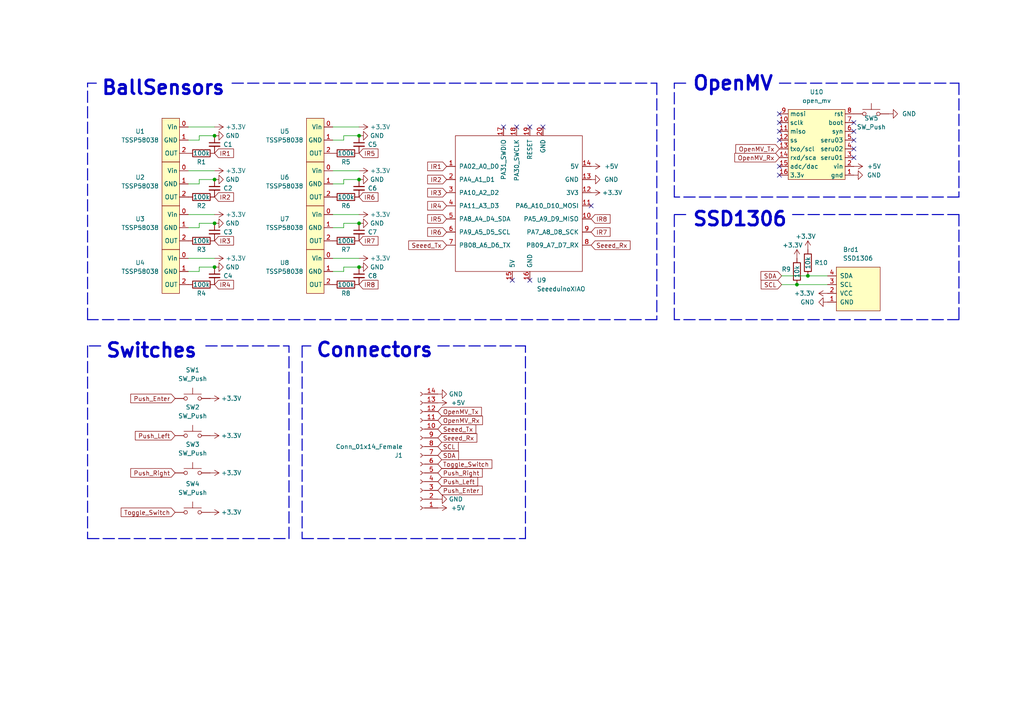
<source format=kicad_sch>
(kicad_sch (version 20211123) (generator eeschema)
  (paper "A4")
  (lib_symbols
    (symbol "Connector:Conn_01x14_Female" (pin_names (offset 1.016) hide)
      (property "Reference" "J" (at 0 17.78 0))
      (property "Value" "Conn_01x14_Female" (at 0 -20.32 0))
      (symbol "Conn_01x14_Female_1_1"
        (arc (start 0 -17.272) (mid -0.508 -17.78) (end 0 -18.288) (stroke (width 0.1524)))
        (arc (start 0 -14.732) (mid -0.508 -15.24) (end 0 -15.748) (stroke (width 0.1524)))
        (arc (start 0 -12.192) (mid -0.508 -12.7) (end 0 -13.208) (stroke (width 0.1524)))
        (arc (start 0 -9.652) (mid -0.508 -10.16) (end 0 -10.668) (stroke (width 0.1524)))
        (arc (start 0 -7.112) (mid -0.508 -7.62) (end 0 -8.128) (stroke (width 0.1524)))
        (arc (start 0 -4.572) (mid -0.508 -5.08) (end 0 -5.588) (stroke (width 0.1524)))
        (arc (start 0 -2.032) (mid -0.508 -2.54) (end 0 -3.048) (stroke (width 0.1524)))
        (polyline (pts (xy -1.27 -17.78) (xy -0.508 -17.78)) (stroke (width 0.1524)))
        (polyline (pts (xy -1.27 -15.24) (xy -0.508 -15.24)) (stroke (width 0.1524)))
        (polyline (pts (xy -1.27 -12.7) (xy -0.508 -12.7)) (stroke (width 0.1524)))
        (polyline (pts (xy -1.27 -10.16) (xy -0.508 -10.16)) (stroke (width 0.1524)))
        (polyline (pts (xy -1.27 -7.62) (xy -0.508 -7.62)) (stroke (width 0.1524)))
        (polyline (pts (xy -1.27 -5.08) (xy -0.508 -5.08)) (stroke (width 0.1524)))
        (polyline (pts (xy -1.27 -2.54) (xy -0.508 -2.54)) (stroke (width 0.1524)))
        (polyline (pts (xy -1.27 0) (xy -0.508 0)) (stroke (width 0.1524)))
        (polyline (pts (xy -1.27 2.54) (xy -0.508 2.54)) (stroke (width 0.1524)))
        (polyline (pts (xy -1.27 5.08) (xy -0.508 5.08)) (stroke (width 0.1524)))
        (polyline (pts (xy -1.27 7.62) (xy -0.508 7.62)) (stroke (width 0.1524)))
        (polyline (pts (xy -1.27 10.16) (xy -0.508 10.16)) (stroke (width 0.1524)))
        (polyline (pts (xy -1.27 12.7) (xy -0.508 12.7)) (stroke (width 0.1524)))
        (polyline (pts (xy -1.27 15.24) (xy -0.508 15.24)) (stroke (width 0.1524)))
        (arc (start 0 0.508) (mid -0.508 0) (end 0 -0.508) (stroke (width 0.1524)))
        (arc (start 0 3.048) (mid -0.508 2.54) (end 0 2.032) (stroke (width 0.1524)))
        (arc (start 0 5.588) (mid -0.508 5.08) (end 0 4.572) (stroke (width 0.1524)))
        (arc (start 0 8.128) (mid -0.508 7.62) (end 0 7.112) (stroke (width 0.1524)))
        (arc (start 0 10.668) (mid -0.508 10.16) (end 0 9.652) (stroke (width 0.1524)))
        (arc (start 0 13.208) (mid -0.508 12.7) (end 0 12.192) (stroke (width 0.1524)))
        (arc (start 0 15.748) (mid -0.508 15.24) (end 0 14.732) (stroke (width 0.1524)))
        (pin passive line (at -5.08 15.24 0) (length 3.81) (name "Pin_1") (number "1"))
        (pin passive line (at -5.08 -7.62 0) (length 3.81) (name "Pin_10") (number "10"))
        (pin passive line (at -5.08 -10.16 0) (length 3.81) (name "Pin_11") (number "11"))
        (pin passive line (at -5.08 -12.7 0) (length 3.81) (name "Pin_12") (number "12"))
        (pin passive line (at -5.08 -15.24 0) (length 3.81) (name "Pin_13") (number "13"))
        (pin passive line (at -5.08 -17.78 0) (length 3.81) (name "Pin_14") (number "14"))
        (pin passive line (at -5.08 12.7 0) (length 3.81) (name "Pin_2") (number "2"))
        (pin passive line (at -5.08 10.16 0) (length 3.81) (name "Pin_3") (number "3"))
        (pin passive line (at -5.08 7.62 0) (length 3.81) (name "Pin_4") (number "4"))
        (pin passive line (at -5.08 5.08 0) (length 3.81) (name "Pin_5") (number "5"))
        (pin passive line (at -5.08 2.54 0) (length 3.81) (name "Pin_6") (number "6"))
        (pin passive line (at -5.08 0 0) (length 3.81) (name "Pin_7") (number "7"))
        (pin passive line (at -5.08 -2.54 0) (length 3.81) (name "Pin_8") (number "8"))
        (pin passive line (at -5.08 -5.08 0) (length 3.81) (name "Pin_9") (number "9"))
      )
    )
    (symbol "Device:C_Small" (pin_numbers hide) (pin_names (offset 0.254) hide)
      (property "Reference" "C" (at 0.254 1.778 0))
      (property "Value" "C_Small" (at 0.254 -2.032 0))
      (symbol "C_Small_0_1"
        (polyline (pts (xy -1.524 -0.508) (xy 1.524 -0.508)) (stroke (width 0.3302)))
        (polyline (pts (xy -1.524 0.508) (xy 1.524 0.508)) (stroke (width 0.3048)))
      )
      (symbol "C_Small_1_1"
        (pin passive line (at 0 2.54 270) (length 2.032) (name "~") (number "1"))
        (pin passive line (at 0 -2.54 90) (length 2.032) (name "~") (number "2"))
      )
    )
    (symbol "Device:R" (pin_numbers hide) (pin_names (offset 0))
      (property "Reference" "R" (at 2.032 0 90))
      (property "Value" "R" (at 0 0 90))
      (symbol "R_0_1"
        (rectangle (start -1.016 -2.54) (end 1.016 2.54) (stroke (width 0.254)))
      )
      (symbol "R_1_1"
        (pin passive line (at 0 3.81 270) (length 1.27) (name "~") (number "1"))
        (pin passive line (at 0 -3.81 90) (length 1.27) (name "~") (number "2"))
      )
    )
    (symbol "SSD1306-128x64_OLED:SSD1306" (pin_names (offset 1.016))
      (property "Reference" "Brd" (at 0 -3.81 0))
      (property "Value" "SSD1306" (at 0 -1.27 0))
      (symbol "SSD1306_0_1"
        (rectangle (start -6.35 6.35) (end 6.35 -6.35) (fill (type background)))
      )
      (symbol "SSD1306_1_1"
        (pin input line (at -3.81 8.89 270) (length 2.54) (name "GND") (number "1"))
        (pin input line (at -1.27 8.89 270) (length 2.54) (name "VCC") (number "2"))
        (pin input line (at 1.27 8.89 270) (length 2.54) (name "SCL") (number "3"))
        (pin input line (at 3.81 8.89 270) (length 2.54) (name "SDA") (number "4"))
      )
    )
    (symbol "Seeeduino XIAO:SeeeduinoXIAO" (pin_names (offset 1.016))
      (property "Reference" "U" (at -19.05 22.86 0))
      (property "Value" "SeeeduinoXIAO" (at -12.7 21.59 0))
      (symbol "SeeeduinoXIAO_0_1"
        (rectangle (start -19.05 20.32) (end 17.78 -19.05))
      )
      (symbol "SeeeduinoXIAO_1_1"
        (pin unspecified line (at -21.59 11.43 0) (length 2.54) (name "PA02_A0_D0") (number "1"))
        (pin unspecified line (at 20.32 -3.81 180) (length 2.54) (name "PA5_A9_D9_MISO") (number "10"))
        (pin unspecified line (at 20.32 0 180) (length 2.54) (name "PA6_A10_D10_MOSI") (number "11"))
        (pin unspecified line (at 20.32 3.81 180) (length 2.54) (name "3V3") (number "12"))
        (pin unspecified line (at 20.32 7.62 180) (length 2.54) (name "GND") (number "13"))
        (pin unspecified line (at 20.32 11.43 180) (length 2.54) (name "5V") (number "14"))
        (pin input line (at -2.54 -21.59 90) (length 2.54) (name "5V") (number "15"))
        (pin input line (at 2.54 -21.59 90) (length 2.54) (name "GND") (number "16"))
        (pin input line (at -5.08 22.86 270) (length 2.54) (name "PA31_SWDIO") (number "17"))
        (pin input line (at -1.27 22.86 270) (length 2.54) (name "PA30_SWCLK") (number "18"))
        (pin input line (at 2.54 22.86 270) (length 2.54) (name "RESET") (number "19"))
        (pin unspecified line (at -21.59 7.62 0) (length 2.54) (name "PA4_A1_D1") (number "2"))
        (pin input line (at 6.35 22.86 270) (length 2.54) (name "GND") (number "20"))
        (pin unspecified line (at -21.59 3.81 0) (length 2.54) (name "PA10_A2_D2") (number "3"))
        (pin unspecified line (at -21.59 0 0) (length 2.54) (name "PA11_A3_D3") (number "4"))
        (pin unspecified line (at -21.59 -3.81 0) (length 2.54) (name "PA8_A4_D4_SDA") (number "5"))
        (pin unspecified line (at -21.59 -7.62 0) (length 2.54) (name "PA9_A5_D5_SCL") (number "6"))
        (pin unspecified line (at -21.59 -11.43 0) (length 2.54) (name "PB08_A6_D6_TX") (number "7"))
        (pin unspecified line (at 20.32 -11.43 180) (length 2.54) (name "PB09_A7_D7_RX") (number "8"))
        (pin unspecified line (at 20.32 -7.62 180) (length 2.54) (name "PA7_A8_D8_SCK") (number "9"))
      )
    )
    (symbol "Switch:SW_Push" (pin_numbers hide) (pin_names (offset 1.016) hide)
      (property "Reference" "SW" (at 1.27 2.54 0))
      (property "Value" "SW_Push" (at 0 -1.524 0))
      (symbol "SW_Push_0_1"
        (circle (center -2.032 0) (radius 0.508))
        (polyline (pts (xy 0 1.27) (xy 0 3.048)))
        (polyline (pts (xy 2.54 1.27) (xy -2.54 1.27)))
        (circle (center 2.032 0) (radius 0.508))
        (pin passive line (at -5.08 0 0) (length 2.54) (name "1") (number "1"))
        (pin passive line (at 5.08 0 180) (length 2.54) (name "2") (number "2"))
      )
    )
    (symbol "TSSP58038:TSSP58038"
      (property "Reference" "U" (at 0 8.89 0))
      (property "Value" "TSSP58038" (at 0 6.35 0))
      (symbol "TSSP58038_0_1"
        (rectangle (start -6.35 5.08) (end 6.35 0) (fill (type background)))
      )
      (symbol "TSSP58038_1_1"
        (pin power_in line (at 3.81 -2.54 90) (length 2.54) (name "Vin") (number "0"))
        (pin input line (at 0 -2.54 90) (length 2.54) (name "GND") (number "1"))
        (pin output line (at -3.81 -2.54 90) (length 2.54) (name "OUT") (number "2"))
      )
    )
    (symbol "open_mv:open_mv"
      (property "Reference" "U" (at 0 3.81 0))
      (property "Value" "open_mv" (at 0 1.27 0))
      (symbol "open_mv_0_1"
        (rectangle (start -8.89 0) (end 7.62 -20.32) (fill (type background)))
      )
      (symbol "open_mv_1_1"
        (pin bidirectional line (at 10.16 -19.05 180) (length 2.54) (name "gnd") (number "1"))
        (pin bidirectional line (at -11.43 -3.81 0) (length 2.54) (name "sclk") (number "10"))
        (pin bidirectional line (at -11.43 -6.35 0) (length 2.54) (name "miso") (number "11"))
        (pin bidirectional line (at -11.43 -8.89 0) (length 2.54) (name "ss") (number "12"))
        (pin bidirectional line (at -11.43 -11.43 0) (length 2.54) (name "txo/scl") (number "13"))
        (pin bidirectional line (at -11.43 -13.97 0) (length 2.54) (name "rxd/sca") (number "14"))
        (pin bidirectional line (at -11.43 -16.51 0) (length 2.54) (name "adc/dac") (number "15"))
        (pin power_out line (at -11.43 -19.05 0) (length 2.54) (name "3.3v") (number "16"))
        (pin power_out line (at 10.16 -16.51 180) (length 2.54) (name "vin") (number "2"))
        (pin bidirectional line (at 10.16 -13.97 180) (length 2.54) (name "seru01") (number "3"))
        (pin bidirectional line (at 10.16 -11.43 180) (length 2.54) (name "seru02") (number "4"))
        (pin bidirectional line (at 10.16 -8.89 180) (length 2.54) (name "seru03") (number "5"))
        (pin bidirectional line (at 10.16 -6.35 180) (length 2.54) (name "syn") (number "6"))
        (pin bidirectional line (at 10.16 -3.81 180) (length 2.54) (name "boot") (number "7"))
        (pin bidirectional line (at 10.16 -1.27 180) (length 2.54) (name "rst") (number "8"))
        (pin bidirectional line (at -11.43 -1.27 0) (length 2.54) (name "mosi") (number "9"))
      )
    )
    (symbol "power:+3.3V" (power) (pin_names (offset 0))
      (property "Value" "+3.3V" (at 0 3.556 0))
      (symbol "+3.3V_0_1"
        (polyline (pts (xy -0.762 1.27) (xy 0 2.54)))
        (polyline (pts (xy 0 0) (xy 0 2.54)))
        (polyline (pts (xy 0 2.54) (xy 0.762 1.27)))
      )
      (symbol "+3.3V_1_1"
        (pin power_in line (at 0 0 90) (length 0) hide (name "+3.3V") (number "1"))
      )
    )
    (symbol "power:+5V" (power) (pin_names (offset 0))
      (property "Value" "+5V" (at 0 3.556 0))
      (symbol "+5V_0_1"
        (polyline (pts (xy -0.762 1.27) (xy 0 2.54)))
        (polyline (pts (xy 0 0) (xy 0 2.54)))
        (polyline (pts (xy 0 2.54) (xy 0.762 1.27)))
      )
      (symbol "+5V_1_1"
        (pin power_in line (at 0 0 90) (length 0) hide (name "+5V") (number "1"))
      )
    )
    (symbol "power:GND" (power) (pin_names (offset 0))
      (property "Value" "GND" (at 0 -3.81 0))
      (symbol "GND_0_1"
        (polyline (pts (xy 0 0) (xy 0 -1.27) (xy 1.27 -1.27) (xy 0 -2.54) (xy -1.27 -1.27) (xy 0 -1.27)))
      )
      (symbol "GND_1_1"
        (pin power_in line (at 0 0 270) (length 0) hide (name "GND") (number "1"))
      )
    )
  )
  (junction (at 104.14 52.07))
  (junction (at 62.23 64.77))
  (junction (at 62.23 39.37))
  (junction (at 104.14 64.77))
  (junction (at 62.23 77.47))
  (junction (at 234.315 80.01))
  (junction (at 104.14 39.37))
  (junction (at 231.14 82.55))
  (junction (at 104.14 77.47))
  (junction (at 62.23 52.07))
  (no_connect (at 153.67 81.28))
  (no_connect (at 247.65 35.56))
  (no_connect (at 247.65 38.1))
  (no_connect (at 226.06 33.02))
  (no_connect (at 226.06 40.64))
  (no_connect (at 247.65 43.18))
  (no_connect (at 171.45 59.69))
  (no_connect (at 157.48 36.83))
  (no_connect (at 148.59 81.28))
  (no_connect (at 226.06 48.26))
  (no_connect (at 226.06 50.8))
  (no_connect (at 149.86 36.83))
  (no_connect (at 226.06 35.56))
  (no_connect (at 226.06 38.1))
  (no_connect (at 153.67 36.83))
  (no_connect (at 247.65 40.64))
  (no_connect (at 146.05 36.83))
  (no_connect (at 247.65 45.72))
  (polyline (pts (xy 195.58 57.15) (xy 195.58 24.13)) (stroke (width 0.3)))
  (wire (pts (xy 57.785 52.07) (xy 57.785 53.34)))
  (polyline (pts (xy 25.4 100.33) (xy 25.4 156.21)) (stroke (width 0.3)))
  (polyline (pts (xy 87.63 156.21) (xy 152.4 156.21)) (stroke (width 0.3)))
  (wire (pts (xy 231.14 82.55) (xy 240.03 82.55)))
  (wire (pts (xy 62.23 64.77) (xy 57.785 64.77)))
  (wire (pts (xy 57.785 64.77) (xy 57.785 66.04)))
  (wire (pts (xy 104.14 49.53) (xy 96.52 49.53)))
  (polyline (pts (xy 195.58 62.23) (xy 199.39 62.23)) (stroke (width 0.3)))
  (wire (pts (xy 99.695 52.07) (xy 99.695 53.34)))
  (wire (pts (xy 57.785 39.37) (xy 57.785 40.64)))
  (wire (pts (xy 104.14 39.37) (xy 99.695 39.37)))
  (polyline (pts (xy 226.06 24.13) (xy 278.13 24.13)) (stroke (width 0.3)))
  (polyline (pts (xy 87.63 100.33) (xy 87.63 156.21)) (stroke (width 0.3)))
  (wire (pts (xy 62.23 62.23) (xy 54.61 62.23)))
  (polyline (pts (xy 278.13 62.23) (xy 278.13 92.71)) (stroke (width 0.3)))
  (wire (pts (xy 99.695 78.74) (xy 96.52 78.74)))
  (polyline (pts (xy 278.13 24.13) (xy 278.13 57.15)) (stroke (width 0.3)))
  (polyline (pts (xy 195.58 24.13) (xy 199.39 24.13)) (stroke (width 0.3)))
  (wire (pts (xy 104.14 77.47) (xy 99.695 77.47)))
  (wire (pts (xy 99.695 53.34) (xy 96.52 53.34)))
  (wire (pts (xy 99.695 40.64) (xy 96.52 40.64)))
  (polyline (pts (xy 90.17 100.33) (xy 87.63 100.33)) (stroke (width 0.3)))
  (wire (pts (xy 99.695 64.77) (xy 99.695 66.04)))
  (polyline (pts (xy 229.87 62.23) (xy 278.13 62.23)) (stroke (width 0.3)))
  (wire (pts (xy 99.695 39.37) (xy 99.695 40.64)))
  (wire (pts (xy 62.23 36.83) (xy 54.61 36.83)))
  (wire (pts (xy 62.23 49.53) (xy 54.61 49.53)))
  (wire (pts (xy 57.785 66.04) (xy 54.61 66.04)))
  (wire (pts (xy 57.785 53.34) (xy 54.61 53.34)))
  (wire (pts (xy 104.14 36.83) (xy 96.52 36.83)))
  (polyline (pts (xy 278.13 92.71) (xy 195.58 92.71)) (stroke (width 0.3)))
  (wire (pts (xy 62.23 77.47) (xy 57.785 77.47)))
  (wire (pts (xy 62.23 52.07) (xy 57.785 52.07)))
  (polyline (pts (xy 25.4 156.21) (xy 83.82 156.21)) (stroke (width 0.3)))
  (wire (pts (xy 104.14 74.93) (xy 96.52 74.93)))
  (wire (pts (xy 99.695 66.04) (xy 96.52 66.04)))
  (wire (pts (xy 104.14 64.77) (xy 99.695 64.77)))
  (wire (pts (xy 226.695 82.55) (xy 231.14 82.55)))
  (polyline (pts (xy 195.58 92.71) (xy 195.58 62.23)) (stroke (width 0.3)))
  (polyline (pts (xy 152.4 156.21) (xy 152.4 100.33)) (stroke (width 0.3)))
  (polyline (pts (xy 190.5 92.71) (xy 25.4 92.71)) (stroke (width 0.3)))
  (wire (pts (xy 57.785 78.74) (xy 54.61 78.74)))
  (polyline (pts (xy 59.69 100.33) (xy 83.82 100.33)) (stroke (width 0.3)))
  (polyline (pts (xy 278.13 57.15) (xy 195.58 57.15)) (stroke (width 0.3)))
  (wire (pts (xy 226.695 80.01) (xy 234.315 80.01)))
  (polyline (pts (xy 25.4 92.71) (xy 25.4 24.13)) (stroke (width 0.3)))
  (polyline (pts (xy 83.82 156.21) (xy 83.82 100.33)) (stroke (width 0.3)))
  (wire (pts (xy 62.23 39.37) (xy 57.785 39.37)))
  (wire (pts (xy 62.23 74.93) (xy 54.61 74.93)))
  (wire (pts (xy 234.315 80.01) (xy 240.03 80.01)))
  (wire (pts (xy 104.14 52.07) (xy 99.695 52.07)))
  (polyline (pts (xy 25.4 24.13) (xy 27.94 24.13)) (stroke (width 0.3)))
  (wire (pts (xy 57.785 77.47) (xy 57.785 78.74)))
  (wire (pts (xy 104.14 62.23) (xy 96.52 62.23)))
  (polyline (pts (xy 190.5 24.13) (xy 190.5 92.71)) (stroke (width 0.3)))
  (polyline (pts (xy 29.21 100.33) (xy 25.4 100.33)) (stroke (width 0.3)))
  (polyline (pts (xy 67.31 24.13) (xy 190.5 24.13)) (stroke (width 0.3)))
  (polyline (pts (xy 127 100.33) (xy 152.4 100.33)) (stroke (width 0.3)))
  (wire (pts (xy 57.785 40.64) (xy 54.61 40.64)))
  (wire (pts (xy 99.695 77.47) (xy 99.695 78.74)))
  (text "Connectors\n" (at 91.44 103.9825 0) (effects (font (size 4 4) (thickness 0.8) bold) (justify left bottom)))
  (text "SSD1306\n" (at 200.66 66.04 0) (effects (font (size 4 4) (thickness 0.8) bold) (justify left bottom)))
  (text "BallSensors" (at 29.21 27.94 0) (effects (font (size 4 4) (thickness 0.8) bold) (justify left bottom)))
  (text "Switches" (at 30.48 104.14 0) (effects (font (size 4 4) (thickness 0.8) bold) (justify left bottom)))
  (text "OpenMV\n" (at 200.66 26.67 0) (effects (font (size 4 4) (thickness 0.8) bold) (justify left bottom)))
  (global_label "Push_Right" (shape input) (at 50.8 137.16 180) (property "Intersheet References" "${INTERSHEET_REFS}" (effects hide)))
  (global_label "Push_Left" (shape input) (at 127 139.7 0) (property "Intersheet References" "${INTERSHEET_REFS}" (effects hide)))
  (global_label "Push_Right" (shape input) (at 127 137.16 0) (property "Intersheet References" "${INTERSHEET_REFS}" (effects hide)))
  (global_label "Toggle_Switch" (shape input) (at 50.8 148.59 180) (property "Intersheet References" "${INTERSHEET_REFS}" (effects hide)))
  (global_label "Seeed_Rx" (shape input) (at 127 127 0) (property "Intersheet References" "${INTERSHEET_REFS}" (effects hide)))
  (global_label "Toggle_Switch" (shape input) (at 127 134.62 0) (property "Intersheet References" "${INTERSHEET_REFS}" (effects hide)))
  (global_label "SDA" (shape input) (at 127 132.08 0) (property "Intersheet References" "${INTERSHEET_REFS}" (effects hide)))
  (global_label "IR4" (shape input) (at 129.54 59.69 180) (property "Intersheet References" "${INTERSHEET_REFS}" (effects hide)))
  (global_label "OpenMV_Rx" (shape input) (at 127 121.92 0) (property "Intersheet References" "${INTERSHEET_REFS}" (effects hide)))
  (global_label "Push_Enter" (shape input) (at 50.8 115.57 180) (property "Intersheet References" "${INTERSHEET_REFS}" (effects hide)))
  (global_label "Seeed_Tx" (shape input) (at 127 124.46 0) (property "Intersheet References" "${INTERSHEET_REFS}" (effects hide)))
  (global_label "IR2" (shape input) (at 129.54 52.07 180) (property "Intersheet References" "${INTERSHEET_REFS}" (effects hide)))
  (global_label "IR8" (shape input) (at 171.45 63.5 0) (property "Intersheet References" "${INTERSHEET_REFS}" (effects hide)))
  (global_label "IR5" (shape input) (at 104.14 44.45 0) (property "Intersheet References" "${INTERSHEET_REFS}" (effects hide)))
  (global_label "SCL" (shape input) (at 226.695 82.55 180) (property "Intersheet References" "${INTERSHEET_REFS}" (effects hide)))
  (global_label "IR2" (shape input) (at 62.23 57.15 0) (property "Intersheet References" "${INTERSHEET_REFS}" (effects hide)))
  (global_label "Push_Enter" (shape input) (at 127 142.24 0) (property "Intersheet References" "${INTERSHEET_REFS}" (effects hide)))
  (global_label "IR7" (shape input) (at 104.14 69.85 0) (property "Intersheet References" "${INTERSHEET_REFS}" (effects hide)))
  (global_label "Seeed_Rx" (shape input) (at 171.45 71.12 0) (property "Intersheet References" "${INTERSHEET_REFS}" (effects hide)))
  (global_label "IR6" (shape input) (at 104.14 57.15 0) (property "Intersheet References" "${INTERSHEET_REFS}" (effects hide)))
  (global_label "IR8" (shape input) (at 104.14 82.55 0) (property "Intersheet References" "${INTERSHEET_REFS}" (effects hide)))
  (global_label "IR5" (shape input) (at 129.54 63.5 180) (property "Intersheet References" "${INTERSHEET_REFS}" (effects hide)))
  (global_label "IR1" (shape input) (at 129.54 48.26 180) (property "Intersheet References" "${INTERSHEET_REFS}" (effects hide)))
  (global_label "SDA" (shape input) (at 226.695 80.01 180) (property "Intersheet References" "${INTERSHEET_REFS}" (effects hide)))
  (global_label "IR3" (shape input) (at 62.23 69.85 0) (property "Intersheet References" "${INTERSHEET_REFS}" (effects hide)))
  (global_label "OpenMV_Tx" (shape input) (at 226.06 43.18 180) (property "Intersheet References" "${INTERSHEET_REFS}" (effects hide)))
  (global_label "IR3" (shape input) (at 129.54 55.88 180) (property "Intersheet References" "${INTERSHEET_REFS}" (effects hide)))
  (global_label "IR6" (shape input) (at 129.54 67.31 180) (property "Intersheet References" "${INTERSHEET_REFS}" (effects hide)))
  (global_label "SCL" (shape input) (at 127 129.54 0) (property "Intersheet References" "${INTERSHEET_REFS}" (effects hide)))
  (global_label "Seeed_Tx" (shape input) (at 129.54 71.12 180) (property "Intersheet References" "${INTERSHEET_REFS}" (effects hide)))
  (global_label "OpenMV_Rx" (shape input) (at 226.06 45.72 180) (property "Intersheet References" "${INTERSHEET_REFS}" (effects hide)))
  (global_label "IR4" (shape input) (at 62.23 82.55 0) (property "Intersheet References" "${INTERSHEET_REFS}" (effects hide)))
  (global_label "IR7" (shape input) (at 171.45 67.31 0) (property "Intersheet References" "${INTERSHEET_REFS}" (effects hide)))
  (global_label "IR1" (shape input) (at 62.23 44.45 0) (property "Intersheet References" "${INTERSHEET_REFS}" (effects hide)))
  (global_label "Push_Left" (shape input) (at 50.8 126.365 180) (property "Intersheet References" "${INTERSHEET_REFS}" (effects hide)))
  (global_label "OpenMV_Tx" (shape input) (at 127 119.38 0) (property "Intersheet References" "${INTERSHEET_REFS}" (effects hide)))
  (symbol (lib_id "power:+3.3V") (at 104.14 62.23 270) (unit 1)
    (property "Reference" "#PWR0131" (effects hide))
    (property "Value" "+3.3V" (at 107.315 62.2299 90) (effects (justify left)))
  )
  (symbol (lib_id "Device:R") (at 58.42 82.55 90) (unit 1)
    (property "Reference" "R4" (at 58.42 85.09 90))
    (property "Value" "100k" (at 58.42 82.55 90))
    (property "Footprint" "Resistor_THT:R_Axial_DIN0204_L3.6mm_D1.6mm_P5.08mm_Horizontal" (effects hide))
  )
  (symbol (lib_id "power:GND") (at 240.03 87.63 270) (unit 1)
    (property "Reference" "#PWR0109" (effects hide))
    (property "Value" "GND" (at 236.22 87.6299 90) (effects (justify right)))
  )
  (symbol (lib_id "power:+3.3V") (at 60.96 126.365 270) (unit 1)
    (property "Reference" "#PWR0128" (effects hide))
    (property "Value" "+3.3V" (at 64.135 126.3649 90) (effects (justify left)))
  )
  (symbol (lib_id "Device:R") (at 100.33 44.45 90) (unit 1)
    (property "Reference" "R5" (at 100.33 46.99 90))
    (property "Value" "100k" (at 100.33 44.45 90))
    (property "Footprint" "Resistor_THT:R_Axial_DIN0204_L3.6mm_D1.6mm_P5.08mm_Horizontal" (effects hide))
  )
  (symbol (lib_id "Device:C_Small") (at 104.14 80.01 0) (unit 1)
    (property "Reference" "C8" (at 106.68 80.01 0) (effects (justify left)))
    (property "Value" "C_Small" (effects hide))
    (property "Footprint" "Capacitor_THT:C_Disc_D3.0mm_W2.0mm_P2.50mm" (effects hide))
  )
  (symbol (lib_id "Device:C_Small") (at 104.14 41.91 0) (unit 1)
    (property "Reference" "C5" (at 106.68 41.91 0) (effects (justify left)))
    (property "Value" "C_Small" (effects hide))
    (property "Footprint" "Capacitor_THT:C_Disc_D3.0mm_W2.0mm_P2.50mm" (effects hide))
  )
  (symbol (lib_id "power:+3.3V") (at 62.23 74.93 270) (unit 1)
    (property "Reference" "#PWR0118" (effects hide))
    (property "Value" "+3.3V" (at 65.405 74.9299 90) (effects (justify left)))
  )
  (symbol (lib_id "Device:R") (at 100.33 82.55 90) (unit 1)
    (property "Reference" "R8" (at 100.33 85.09 90))
    (property "Value" "100k" (at 100.33 82.55 90))
    (property "Footprint" "Resistor_THT:R_Axial_DIN0204_L3.6mm_D1.6mm_P5.08mm_Horizontal" (effects hide))
  )
  (symbol (lib_id "TSSP58038:TSSP58038") (at 52.07 53.34 90) (unit 1)
    (property "Reference" "U2" (at 40.64 51.435 90))
    (property "Value" "TSSP58038" (at 40.64 53.975 90))
    (property "Footprint" "TSSP58038:TSSP58038" (effects hide))
  )
  (symbol (lib_id "TSSP58038:TSSP58038") (at 52.07 40.64 90) (unit 1)
    (property "Reference" "U1" (at 40.64 38.1 90))
    (property "Value" "TSSP58038" (at 40.64 40.64 90))
    (property "Footprint" "TSSP58038:TSSP58038" (effects hide))
  )
  (symbol (lib_id "TSSP58038:TSSP58038") (at 52.07 66.04 90) (unit 1)
    (property "Reference" "U3" (at 40.64 63.5 90))
    (property "Value" "TSSP58038" (at 40.64 66.04 90))
    (property "Footprint" "TSSP58038:TSSP58038" (effects hide))
  )
  (symbol (lib_id "TSSP58038:TSSP58038") (at 93.98 53.34 90) (unit 1)
    (property "Reference" "U6" (at 82.55 51.435 90))
    (property "Value" "TSSP58038" (at 82.55 53.975 90))
    (property "Footprint" "TSSP58038:TSSP58038" (effects hide))
  )
  (symbol (lib_id "TSSP58038:TSSP58038") (at 93.98 66.04 90) (unit 1)
    (property "Reference" "U7" (at 82.55 63.5 90))
    (property "Value" "TSSP58038" (at 82.55 66.04 90))
    (property "Footprint" "TSSP58038:TSSP58038" (effects hide))
  )
  (symbol (lib_id "power:+3.3V") (at 171.45 55.88 270) (unit 1)
    (property "Reference" "#PWR0106" (effects hide))
    (property "Value" "+3.3V" (at 174.625 55.8799 90) (effects (justify left)))
  )
  (symbol (lib_id "power:GND") (at 104.14 52.07 90) (unit 1)
    (property "Reference" "#PWR0134" (effects hide))
    (property "Value" "GND" (at 107.315 52.0699 90) (effects (justify right)))
  )
  (symbol (lib_id "power:+3.3V") (at 104.14 74.93 270) (unit 1)
    (property "Reference" "#PWR0112" (effects hide))
    (property "Value" "+3.3V" (at 107.315 74.9299 90) (effects (justify left)))
  )
  (symbol (lib_id "power:+3.3V") (at 60.96 115.57 270) (unit 1)
    (property "Reference" "#PWR0126" (effects hide))
    (property "Value" "+3.3V" (at 64.135 115.5699 90) (effects (justify left)))
  )
  (symbol (lib_id "Device:R") (at 100.33 57.15 90) (unit 1)
    (property "Reference" "R6" (at 100.33 59.69 90))
    (property "Value" "100k" (at 100.33 57.15 90))
    (property "Footprint" "Resistor_THT:R_Axial_DIN0204_L3.6mm_D1.6mm_P5.08mm_Horizontal" (effects hide))
  )
  (symbol (lib_id "power:GND") (at 127 114.3 90) (unit 1)
    (property "Reference" "#PWR0122" (effects hide))
    (property "Value" "GND" (at 130.175 114.2999 90) (effects (justify right)))
  )
  (symbol (lib_id "Device:R") (at 58.42 57.15 90) (unit 1)
    (property "Reference" "R2" (at 58.42 59.69 90))
    (property "Value" "100k" (at 58.42 57.15 90))
    (property "Footprint" "Resistor_THT:R_Axial_DIN0204_L3.6mm_D1.6mm_P5.08mm_Horizontal" (effects hide))
  )
  (symbol (lib_id "power:+5V") (at 127 116.84 270) (unit 1)
    (property "Reference" "#PWR0125" (effects hide))
    (property "Value" "+5V" (at 130.81 116.8399 90) (effects (justify left)))
  )
  (symbol (lib_id "Device:R") (at 234.315 76.2 180) (unit 1)
    (property "Reference" "R10" (at 236.22 76.2 0) (effects (justify right)))
    (property "Value" "10k" (at 234.315 78.105 90) (effects (justify right)))
    (property "Footprint" "Resistor_THT:R_Axial_DIN0204_L3.6mm_D1.6mm_P5.08mm_Horizontal" (effects hide))
  )
  (symbol (lib_id "power:+3.3V") (at 234.315 72.39 0) (unit 1)
    (property "Reference" "#PWR0104" (effects hide))
    (property "Value" "+3.3V" (at 233.68 68.58 0))
  )
  (symbol (lib_id "power:+3.3V") (at 62.23 62.23 270) (unit 1)
    (property "Reference" "#PWR0120" (effects hide))
    (property "Value" "+3.3V" (at 65.405 62.2299 90) (effects (justify left)))
  )
  (symbol (lib_id "Switch:SW_Push") (at 252.73 33.02 0) (unit 1)
    (property "Reference" "SW5" (at 252.73 34.29 0))
    (property "Value" "SW_Push" (at 252.73 36.83 0))
    (property "Footprint" "Button_Switch_THT:SW_PUSH_6mm_H5mm" (effects hide))
  )
  (symbol (lib_id "Switch:SW_Push") (at 55.88 115.57 0) (unit 1)
    (property "Reference" "SW1" (at 55.88 107.315 0))
    (property "Value" "SW_Push" (at 55.88 109.855 0))
    (property "Footprint" "Button_Switch_THT:SW_PUSH_6mm_H5mm" (effects hide))
  )
  (symbol (lib_id "power:GND") (at 171.45 52.07 90) (unit 1)
    (property "Reference" "#PWR0107" (effects hide))
    (property "Value" "GND" (at 175.26 52.0699 90) (effects (justify right)))
  )
  (symbol (lib_id "TSSP58038:TSSP58038") (at 93.98 40.64 90) (unit 1)
    (property "Reference" "U5" (at 82.55 38.1 90))
    (property "Value" "TSSP58038" (at 82.55 40.64 90))
    (property "Footprint" "TSSP58038:TSSP58038" (effects hide))
  )
  (symbol (lib_id "Seeeduino XIAO:SeeeduinoXIAO") (at 151.13 59.69 0) (unit 1)
    (property "Reference" "U9" (at 155.6894 81.28 0) (effects (justify left)))
    (property "Value" "SeeeduinoXIAO" (at 155.6894 83.82 0) (effects (justify left)))
    (property "Footprint" "Seeeduino_Xiao:seeeduinoXIAO" (effects hide))
  )
  (symbol (lib_id "SSD1306-128x64_OLED:SSD1306") (at 248.92 83.82 90) (unit 1)
    (property "Reference" "Brd1" (at 244.475 72.39 90) (effects (justify right)))
    (property "Value" "SSD1306" (at 244.475 74.93 90) (effects (justify right)))
    (property "Footprint" "SSD1306:128x64OLED" (effects hide))
  )
  (symbol (lib_id "power:+5V") (at 127 147.32 270) (unit 1)
    (property "Reference" "#PWR0123" (effects hide))
    (property "Value" "+5V" (at 130.81 147.3199 90) (effects (justify left)))
  )
  (symbol (lib_id "power:GND") (at 247.65 50.8 90) (unit 1)
    (property "Reference" "#PWR0103" (effects hide))
    (property "Value" "GND" (at 251.46 50.7999 90) (effects (justify right)))
  )
  (symbol (lib_id "Device:R") (at 58.42 44.45 90) (unit 1)
    (property "Reference" "R1" (at 58.42 46.99 90))
    (property "Value" "100k" (at 58.42 44.45 90))
    (property "Footprint" "Resistor_THT:R_Axial_DIN0204_L3.6mm_D1.6mm_P5.08mm_Horizontal" (effects hide))
  )
  (symbol (lib_id "Switch:SW_Push") (at 55.88 126.365 0) (unit 1)
    (property "Reference" "SW2" (at 55.88 118.11 0))
    (property "Value" "SW_Push" (at 55.88 120.65 0))
    (property "Footprint" "Button_Switch_THT:SW_PUSH_6mm_H5mm" (effects hide))
  )
  (symbol (lib_id "Device:C_Small") (at 62.23 41.91 0) (unit 1)
    (property "Reference" "C1" (at 64.77 41.91 0) (effects (justify left)))
    (property "Value" "C_Small" (effects hide))
    (property "Footprint" "Capacitor_THT:C_Disc_D3.0mm_W2.0mm_P2.50mm" (effects hide))
  )
  (symbol (lib_id "Device:C_Small") (at 62.23 67.31 0) (unit 1)
    (property "Reference" "C3" (at 64.77 67.31 0) (effects (justify left)))
    (property "Value" "C_Small" (effects hide))
    (property "Footprint" "Capacitor_THT:C_Disc_D3.0mm_W2.0mm_P2.50mm" (effects hide))
  )
  (symbol (lib_id "power:GND") (at 62.23 39.37 90) (unit 1)
    (property "Reference" "#PWR0114" (effects hide))
    (property "Value" "GND" (at 65.405 39.3699 90) (effects (justify right)))
  )
  (symbol (lib_id "power:+3.3V") (at 62.23 49.53 270) (unit 1)
    (property "Reference" "#PWR0117" (effects hide))
    (property "Value" "+3.3V" (at 65.405 49.5299 90) (effects (justify left)))
  )
  (symbol (lib_id "Device:C_Small") (at 62.23 54.61 0) (unit 1)
    (property "Reference" "C2" (at 64.77 54.61 0) (effects (justify left)))
    (property "Value" "C_Small" (effects hide))
    (property "Footprint" "Capacitor_THT:C_Disc_D3.0mm_W2.0mm_P2.50mm" (effects hide))
  )
  (symbol (lib_id "power:GND") (at 104.14 39.37 90) (unit 1)
    (property "Reference" "#PWR0130" (effects hide))
    (property "Value" "GND" (at 107.315 39.3699 90) (effects (justify right)))
  )
  (symbol (lib_id "power:+3.3V") (at 62.23 36.83 270) (unit 1)
    (property "Reference" "#PWR0113" (effects hide))
    (property "Value" "+3.3V" (at 65.405 36.8299 90) (effects (justify left)))
  )
  (symbol (lib_id "open_mv:open_mv") (at 237.49 31.75 0) (unit 1)
    (property "Reference" "U10" (at 236.855 26.67 0))
    (property "Value" "open_mv" (at 236.855 29.21 0))
    (property "Footprint" "OpenMV:OpenMV" (effects hide))
  )
  (symbol (lib_id "power:GND") (at 104.14 77.47 90) (unit 1)
    (property "Reference" "#PWR0115" (effects hide))
    (property "Value" "GND" (at 107.315 77.4699 90) (effects (justify right)))
  )
  (symbol (lib_id "Device:R") (at 100.33 69.85 90) (unit 1)
    (property "Reference" "R7" (at 100.33 72.39 90))
    (property "Value" "100k" (at 100.33 69.85 90))
    (property "Footprint" "Resistor_THT:R_Axial_DIN0204_L3.6mm_D1.6mm_P5.08mm_Horizontal" (effects hide))
  )
  (symbol (lib_id "power:+5V") (at 171.45 48.26 270) (unit 1)
    (property "Reference" "#PWR0108" (effects hide))
    (property "Value" "+5V" (at 175.26 48.2599 90) (effects (justify left)))
  )
  (symbol (lib_id "power:GND") (at 62.23 64.77 90) (unit 1)
    (property "Reference" "#PWR0121" (effects hide))
    (property "Value" "GND" (at 65.405 64.7699 90) (effects (justify right)))
  )
  (symbol (lib_id "power:GND") (at 62.23 52.07 90) (unit 1)
    (property "Reference" "#PWR0116" (effects hide))
    (property "Value" "GND" (at 65.405 52.0699 90) (effects (justify right)))
  )
  (symbol (lib_id "power:+3.3V") (at 231.14 74.93 0) (unit 1)
    (property "Reference" "#PWR0105" (effects hide))
    (property "Value" "+3.3V" (at 229.87 71.12 0))
  )
  (symbol (lib_id "Device:C_Small") (at 104.14 67.31 0) (unit 1)
    (property "Reference" "C7" (at 106.68 67.31 0) (effects (justify left)))
    (property "Value" "C_Small" (effects hide))
    (property "Footprint" "Capacitor_THT:C_Disc_D3.0mm_W2.0mm_P2.50mm" (effects hide))
  )
  (symbol (lib_id "Device:C_Small") (at 62.23 80.01 0) (unit 1)
    (property "Reference" "C4" (at 64.77 80.01 0) (effects (justify left)))
    (property "Value" "C_Small" (effects hide))
    (property "Footprint" "Capacitor_THT:C_Disc_D3.0mm_W2.0mm_P2.50mm" (effects hide))
  )
  (symbol (lib_id "Device:R") (at 58.42 69.85 90) (unit 1)
    (property "Reference" "R3" (at 58.42 72.39 90))
    (property "Value" "100k" (at 58.42 69.85 90))
    (property "Footprint" "Resistor_THT:R_Axial_DIN0204_L3.6mm_D1.6mm_P5.08mm_Horizontal" (effects hide))
  )
  (symbol (lib_id "Device:C_Small") (at 104.14 54.61 0) (unit 1)
    (property "Reference" "C6" (at 106.68 54.61 0) (effects (justify left)))
    (property "Value" "C_Small" (effects hide))
    (property "Footprint" "Capacitor_THT:C_Disc_D3.0mm_W2.0mm_P2.50mm" (effects hide))
  )
  (symbol (lib_id "power:+3.3V") (at 60.96 148.59 270) (unit 1)
    (property "Reference" "#PWR0127" (effects hide))
    (property "Value" "+3.3V" (at 64.135 148.5899 90) (effects (justify left)))
  )
  (symbol (lib_id "power:+3.3V") (at 240.03 85.09 90) (unit 1)
    (property "Reference" "#PWR0110" (effects hide))
    (property "Value" "+3.3V" (at 236.22 85.0899 90) (effects (justify left)))
  )
  (symbol (lib_id "power:+3.3V") (at 104.14 49.53 270) (unit 1)
    (property "Reference" "#PWR0133" (effects hide))
    (property "Value" "+3.3V" (at 107.315 49.5299 90) (effects (justify left)))
  )
  (symbol (lib_id "power:GND") (at 104.14 64.77 90) (unit 1)
    (property "Reference" "#PWR0132" (effects hide))
    (property "Value" "GND" (at 107.315 64.7699 90) (effects (justify right)))
  )
  (symbol (lib_id "TSSP58038:TSSP58038") (at 52.07 78.74 90) (unit 1)
    (property "Reference" "U4" (at 40.64 76.2 90))
    (property "Value" "TSSP58038" (at 40.64 78.74 90))
    (property "Footprint" "TSSP58038:TSSP58038" (effects hide))
  )
  (symbol (lib_id "power:GND") (at 127 144.78 90) (unit 1)
    (property "Reference" "#PWR0124" (effects hide))
    (property "Value" "GND" (at 130.175 144.7799 90) (effects (justify right)))
  )
  (symbol (lib_id "Switch:SW_Push") (at 55.88 148.59 0) (unit 1)
    (property "Reference" "SW4" (at 55.88 140.335 0))
    (property "Value" "SW_Push" (at 55.88 142.875 0))
    (property "Footprint" "_Others:DS-850k" (effects hide))
  )
  (symbol (lib_id "Device:R") (at 231.14 78.74 180) (unit 1)
    (property "Reference" "R9" (at 226.695 78.105 0) (effects (justify right)))
    (property "Value" "10k" (at 231.14 80.645 90) (effects (justify right)))
    (property "Footprint" "Resistor_THT:R_Axial_DIN0204_L3.6mm_D1.6mm_P5.08mm_Horizontal" (effects hide))
  )
  (symbol (lib_id "power:+3.3V") (at 60.96 137.16 270) (unit 1)
    (property "Reference" "#PWR0129" (effects hide))
    (property "Value" "+3.3V" (at 64.135 137.1599 90) (effects (justify left)))
  )
  (symbol (lib_id "power:GND") (at 257.81 33.02 90) (unit 1)
    (property "Reference" "#PWR0102" (effects hide))
    (property "Value" "GND" (at 261.62 33.0199 90) (effects (justify right)))
  )
  (symbol (lib_id "power:+3.3V") (at 104.14 36.83 270) (unit 1)
    (property "Reference" "#PWR0111" (effects hide))
    (property "Value" "+3.3V" (at 107.315 36.8299 90) (effects (justify left)))
  )
  (symbol (lib_id "Connector:Conn_01x14_Female") (at 121.92 132.08 180) (unit 1)
    (property "Reference" "J1" (at 116.84 132.08 0) (effects (justify left)))
    (property "Value" "Conn_01x14_Female" (at 116.84 129.54 0) (effects (justify left)))
    (property "Footprint" "Connector_IDC:IDC-Header_2x07_P2.54mm_Horizontal" (effects hide))
  )
  (symbol (lib_id "Switch:SW_Push") (at 55.88 137.16 0) (unit 1)
    (property "Reference" "SW3" (at 55.88 128.905 0))
    (property "Value" "SW_Push" (at 55.88 131.445 0))
    (property "Footprint" "Button_Switch_THT:SW_PUSH_6mm_H5mm" (effects hide))
  )
  (symbol (lib_id "power:GND") (at 62.23 77.47 90) (unit 1)
    (property "Reference" "#PWR0119" (effects hide))
    (property "Value" "GND" (at 65.405 77.4699 90) (effects (justify right)))
  )
  (symbol (lib_id "power:+5V") (at 247.65 48.26 270) (unit 1)
    (property "Reference" "#PWR0101" (effects hide))
    (property "Value" "+5V" (at 251.46 48.2599 90) (effects (justify left)))
  )
  (symbol (lib_id "TSSP58038:TSSP58038") (at 93.98 78.74 90) (unit 1)
    (property "Reference" "U8" (at 82.55 76.2 90))
    (property "Value" "TSSP58038" (at 82.55 78.74 90))
    (property "Footprint" "TSSP58038:TSSP58038" (effects hide))
  )
)
</source>
